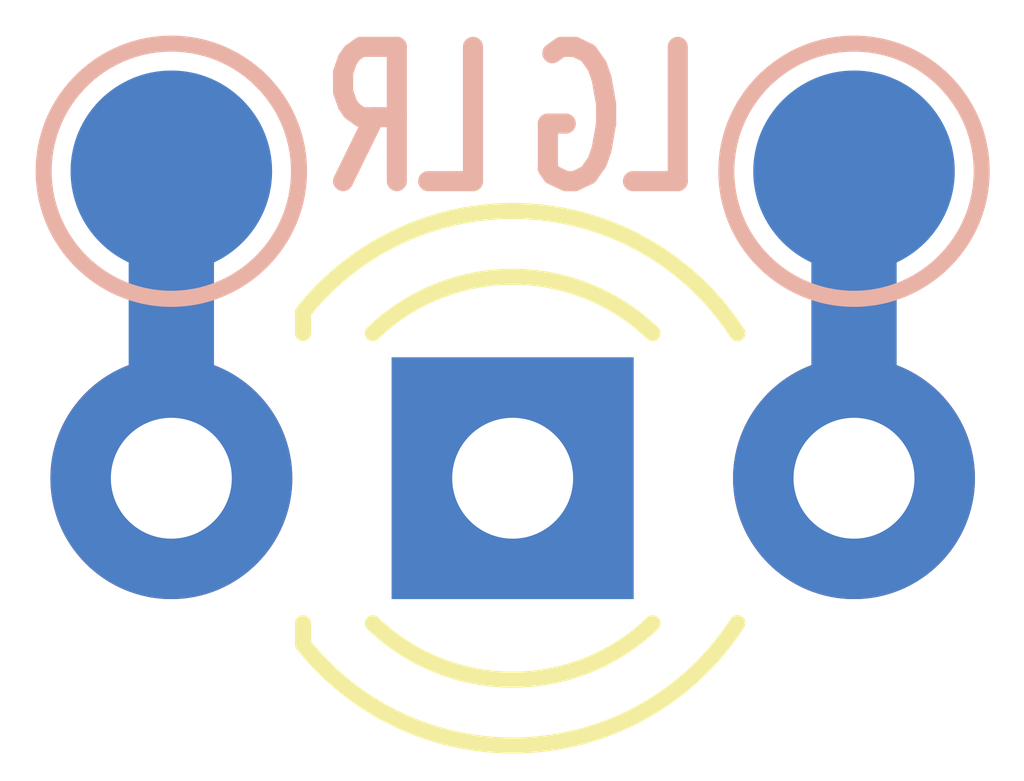
<source format=kicad_pcb>
(kicad_pcb (version 20171130) (host pcbnew "(5.1.9-0-10_14)")

  (general
    (thickness 1.6)
    (drawings 2)
    (tracks 2)
    (zones 0)
    (modules 3)
    (nets 4)
  )

  (page A4)
  (layers
    (0 F.Cu signal)
    (31 B.Cu signal)
    (32 B.Adhes user)
    (33 F.Adhes user)
    (34 B.Paste user)
    (35 F.Paste user)
    (36 B.SilkS user)
    (37 F.SilkS user)
    (38 B.Mask user)
    (39 F.Mask user)
    (40 Dwgs.User user)
    (41 Cmts.User user)
    (42 Eco1.User user)
    (43 Eco2.User user)
    (44 Edge.Cuts user)
    (45 Margin user)
    (46 B.CrtYd user hide)
    (47 F.CrtYd user hide)
    (48 B.Fab user hide)
    (49 F.Fab user hide)
  )

  (setup
    (last_trace_width 0.1524)
    (user_trace_width 0.1524)
    (user_trace_width 0.254)
    (user_trace_width 0.4064)
    (user_trace_width 0.635)
    (trace_clearance 0.1524)
    (zone_clearance 0.508)
    (zone_45_only no)
    (trace_min 0.1524)
    (via_size 0.6858)
    (via_drill 0.3048)
    (via_min_size 0.6858)
    (via_min_drill 0.3048)
    (uvia_size 0.3048)
    (uvia_drill 0.1524)
    (uvias_allowed no)
    (uvia_min_size 0.2)
    (uvia_min_drill 0.1)
    (edge_width 0.15)
    (segment_width 0.15)
    (pcb_text_width 0.3)
    (pcb_text_size 1.5 1.5)
    (mod_edge_width 0.15)
    (mod_text_size 1 1)
    (mod_text_width 0.15)
    (pad_size 1.8 1.8)
    (pad_drill 0.9)
    (pad_to_mask_clearance 0.2)
    (aux_axis_origin 0 0)
    (visible_elements FFFFFF7F)
    (pcbplotparams
      (layerselection 0x010fc_ffffffff)
      (usegerberextensions false)
      (usegerberattributes false)
      (usegerberadvancedattributes false)
      (creategerberjobfile false)
      (excludeedgelayer true)
      (linewidth 0.100000)
      (plotframeref false)
      (viasonmask false)
      (mode 1)
      (useauxorigin false)
      (hpglpennumber 1)
      (hpglpenspeed 20)
      (hpglpendiameter 15.000000)
      (psnegative false)
      (psa4output false)
      (plotreference true)
      (plotvalue true)
      (plotinvisibletext false)
      (padsonsilk false)
      (subtractmaskfromsilk false)
      (outputformat 1)
      (mirror false)
      (drillshape 1)
      (scaleselection 1)
      (outputdirectory ""))
  )

  (net 0 "")
  (net 1 GND)
  (net 2 "Net-(D1-Pad1)")
  (net 3 "Net-(D1-Pad3)")

  (net_class Default "This is the default net class."
    (clearance 0.1524)
    (trace_width 0.1524)
    (via_dia 0.6858)
    (via_drill 0.3048)
    (uvia_dia 0.3048)
    (uvia_drill 0.1524)
    (diff_pair_width 0.1524)
    (diff_pair_gap 0.1524)
    (add_net GND)
    (add_net "Net-(D1-Pad1)")
    (add_net "Net-(D1-Pad3)")
  )

  (module LED_THT:LED_D3.0mm-3 (layer F.Cu) (tedit 608ACF00) (tstamp 608ACF3E)
    (at -2.54 0)
    (descr "LED, diameter 3.0mm, 2 pins, diameter 3.0mm, 3 pins, http://www.kingbright.com/attachments/file/psearch/000/00/00/L-3VSURKCGKC(Ver.8A).pdf")
    (tags "LED diameter 3.0mm 2 pins diameter 3.0mm 3 pins")
    (path /5FD639C8)
    (fp_text reference D1 (at 2.54 -2.96) (layer F.SilkS) hide
      (effects (font (size 1 1) (thickness 0.15)))
    )
    (fp_text value LED_Dual_ACA (at 2.54 2.96) (layer F.Fab)
      (effects (font (size 1 1) (thickness 0.15)))
    )
    (fp_circle (center 2.54 0) (end 4.04 0) (layer F.Fab) (width 0.1))
    (fp_line (start 1.04 -1.16619) (end 1.04 1.16619) (layer F.Fab) (width 0.1))
    (fp_line (start 0.98 -1.236) (end 0.98 -1.08) (layer F.SilkS) (width 0.12))
    (fp_line (start 0.98 1.08) (end 0.98 1.236) (layer F.SilkS) (width 0.12))
    (fp_line (start -1.15 -2.25) (end -1.15 2.25) (layer F.CrtYd) (width 0.05))
    (fp_line (start -1.15 2.25) (end 6.25 2.25) (layer F.CrtYd) (width 0.05))
    (fp_line (start 6.25 2.25) (end 6.25 -2.25) (layer F.CrtYd) (width 0.05))
    (fp_line (start 6.25 -2.25) (end -1.15 -2.25) (layer F.CrtYd) (width 0.05))
    (fp_arc (start 2.54 0) (end 1.04 -1.16619) (angle 284.3) (layer F.Fab) (width 0.1))
    (fp_arc (start 2.54 0) (end 0.98 -1.235516) (angle 108.8) (layer F.SilkS) (width 0.12))
    (fp_arc (start 2.54 0) (end 0.98 1.235516) (angle -108.8) (layer F.SilkS) (width 0.12))
    (fp_arc (start 2.54 0) (end 1.499039 -1.08) (angle 87.9) (layer F.SilkS) (width 0.12))
    (fp_arc (start 2.54 0) (end 1.499039 1.08) (angle -87.9) (layer F.SilkS) (width 0.12))
    (pad 1 thru_hole circle (at 0 0) (size 1.8 1.8) (drill 0.9) (layers *.Cu *.Mask)
      (net 2 "Net-(D1-Pad1)"))
    (pad 2 thru_hole rect (at 2.54 0) (size 1.8 1.8) (drill 0.9) (layers *.Cu *.Mask)
      (net 1 GND))
    (pad 3 thru_hole circle (at 5.08 0) (size 1.8 1.8) (drill 0.9) (layers *.Cu *.Mask)
      (net 3 "Net-(D1-Pad3)"))
    (model ${KISYS3DMOD}/LED_THT.3dshapes/LED_D3.0mm-3.wrl
      (at (xyz 0 0 0))
      (scale (xyz 1 1 1))
      (rotate (xyz 0 0 0))
    )
  )

  (module TestPoint:TestPoint_Pad_D1.5mm (layer B.Cu) (tedit 5A0F774F) (tstamp 60B93C0D)
    (at -2.54 -2.286)
    (descr "SMD pad as test Point, diameter 1.5mm")
    (tags "test point SMD pad")
    (path /60B93D2A)
    (attr virtual)
    (fp_text reference L1 (at 0 1.648) (layer B.SilkS) hide
      (effects (font (size 1 1) (thickness 0.15)) (justify mirror))
    )
    (fp_text value TestPoint (at 0 -1.75) (layer B.Fab)
      (effects (font (size 1 1) (thickness 0.15)) (justify mirror))
    )
    (fp_circle (center 0 0) (end 1.25 0) (layer B.CrtYd) (width 0.05))
    (fp_circle (center 0 0) (end 0 -0.95) (layer B.SilkS) (width 0.12))
    (fp_text user %R (at 0 1.65) (layer B.Fab)
      (effects (font (size 1 1) (thickness 0.15)) (justify mirror))
    )
    (pad 1 smd circle (at 0 0) (size 1.5 1.5) (layers B.Cu B.Mask)
      (net 2 "Net-(D1-Pad1)"))
  )

  (module TestPoint:TestPoint_Pad_D1.5mm (layer B.Cu) (tedit 5A0F774F) (tstamp 60B93CD4)
    (at 2.54 -2.286)
    (descr "SMD pad as test Point, diameter 1.5mm")
    (tags "test point SMD pad")
    (path /60B94B75)
    (attr virtual)
    (fp_text reference L2 (at 0 1.648) (layer B.SilkS) hide
      (effects (font (size 1 1) (thickness 0.15)) (justify mirror))
    )
    (fp_text value TestPoint (at 0 -1.75) (layer B.Fab)
      (effects (font (size 1 1) (thickness 0.15)) (justify mirror))
    )
    (fp_circle (center 0 0) (end 0 -0.95) (layer B.SilkS) (width 0.12))
    (fp_circle (center 0 0) (end 1.25 0) (layer B.CrtYd) (width 0.05))
    (fp_text user %R (at 0 1.65) (layer B.Fab)
      (effects (font (size 1 1) (thickness 0.15)) (justify mirror))
    )
    (pad 1 smd circle (at 0 0) (size 1.5 1.5) (layers B.Cu B.Mask)
      (net 3 "Net-(D1-Pad3)"))
  )

  (gr_text LG (at 0.762 -2.667) (layer B.SilkS) (tstamp 608ACFE3)
    (effects (font (size 1 0.7) (thickness 0.15)) (justify mirror))
  )
  (gr_text LR (at -0.762 -2.667) (layer B.SilkS)
    (effects (font (size 1 0.7) (thickness 0.15)) (justify mirror))
  )

  (segment (start -2.54 0) (end -2.54 -2.286) (width 0.635) (layer B.Cu) (net 2))
  (segment (start 2.54 0) (end 2.54 -2.286) (width 0.635) (layer B.Cu) (net 3))

)

</source>
